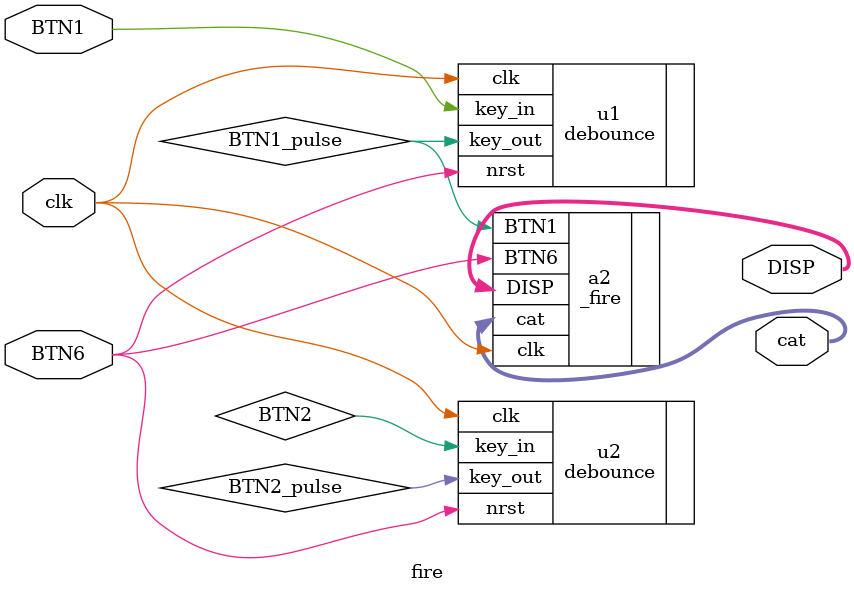
<source format=v>
module fire(BTN1,BTN6,DISP,clk,cat);
input BTN1;
input BTN6;//key reset
input clk;//1kHz

output [7:0]DISP;//ge wei
output [7:0]cat;
debounce u1(
.clk(clk),
.nrst(BTN6),
.key_in(BTN1),
.key_out(BTN1_pulse)
);
debounce u2(
.clk(clk),
.nrst(BTN6),
.key_in(BTN2),
.key_out(BTN2_pulse)
);
_fire a2(
.BTN1(BTN1_pulse),
.BTN6(BTN6),
.clk(clk),
.DISP(DISP),
.cat(cat)
);
endmodule
</source>
